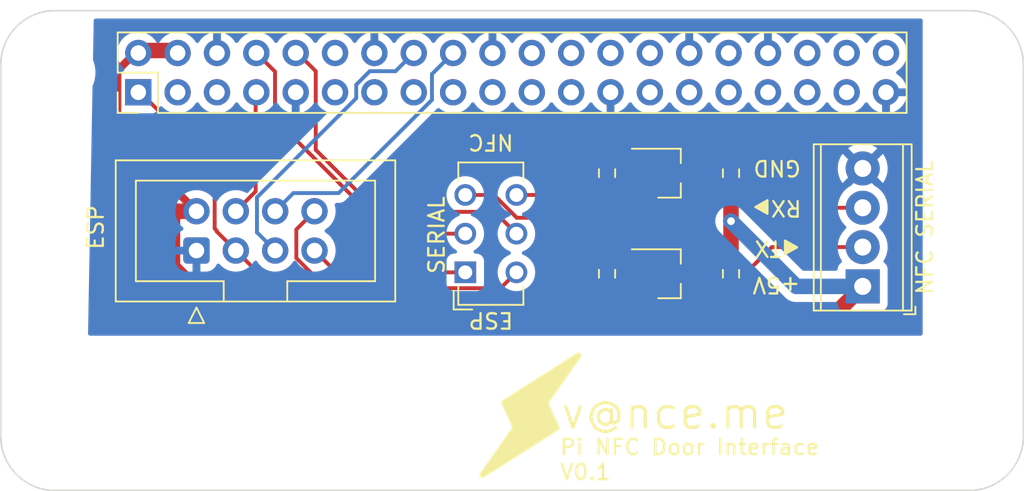
<source format=kicad_pcb>
(kicad_pcb (version 20211014) (generator pcbnew)
  (layers (0 "F.Cu" signal) (31 "B.Cu" signal) (34 "B.Paste" user) (35 "F.Paste" user) (36 "B.SilkS" user "B.Silkscreen") (37 "F.SilkS" user "F.Silkscreen") (38 "B.Mask" user) (39 "F.Mask" user) (44 "Edge.Cuts" user))
  (net 0 "")
  (net 1 "GND")
  (net 2 "+5V")
  (net 3 "PI_POWERED")
  (net 4 "PI_HEARTBEAT")
  (net 5 "PI_OPEN_CMD_1")
  (net 6 "PI_OPEN_CMD_2")
  (net 7 "TXDO_ESP")
  (net 8 "RXDI_ESP")
  (net 11 "TXDO")
  (net 12 "RXDI")
  (net 35 "TXDO_NFC_5")
  (net 36 "RXDI_NFC_5")
  (net 37 "TXDO_NFC")
  (net 38 "RXDI_NFC")
  (footprint "Button_Switch_THT:SW_CuK_JS202011CQN_DPDT_Straight" (layer "F.Cu") (at 75.980168 62.9075 90)
    (fp_text reference "SW1" hide)
    (fp_text value "SW_DPDT_x2")
    (fp_line (start -0.9 -0.45) (end -2.1 -0.45) (layer "F.SilkS") (width 0.12))
    (fp_line (start 5.9 -0.45) (end 7.1 -0.45) (layer "F.SilkS") (width 0.12))
    (fp_line (start 7.1 3.75) (end 5.9 3.75) (layer "F.SilkS") (width 0.12))
    (fp_line (start 7.1 -0.45) (end 7.1 3.75) (layer "F.SilkS") (width 0.12))
    (fp_line (start -2.1 3.75) (end -0.9 3.75) (layer "F.SilkS") (width 0.12))
    (fp_line (start -1.2 -0.75) (end -2.4 -0.75) (layer "F.SilkS") (width 0.12))
    (fp_line (start -2.4 -0.75) (end -2.4 0.45) (layer "F.SilkS") (width 0.12))
    (fp_line (start -2.1 -0.45) (end -2.1 3.75) (layer "F.SilkS") (width 0.12))
    (pad "1" thru_hole rect (at 0 0 90) (size 1.4 1.4) (drill 0.9) (layers *.Cu *.Mask) (net 7 "TXDO_ESP"))
    (pad "2" thru_hole circle (at 2.5 0 90) (size 1.4 1.4) (drill 0.9) (layers *.Cu *.Mask) (net 11 "TXDO"))
    (pad "3" thru_hole circle (at 5 0 90) (size 1.4 1.4) (drill 0.9) (layers *.Cu *.Mask) (net 37 "TXDO_NFC"))
    (pad "4" thru_hole circle (at 0 3.3 90) (size 1.4 1.4) (drill 0.9) (layers *.Cu *.Mask) (net 8 "RXDI_ESP"))
    (pad "5" thru_hole circle (at 2.5 3.3 90) (size 1.4 1.4) (drill 0.9) (layers *.Cu *.Mask) (net 12 "RXDI"))
    (pad "6" thru_hole circle (at 5 3.3 90) (size 1.4 1.4) (drill 0.9) (layers *.Cu *.Mask) (net 38 "RXDI_NFC"))
  )
  (footprint "Resistor_SMD:R_0603_1608Metric_Pad0.98x0.95mm_HandSolder" (layer "F.Cu") (at 93.130168 56.5 90)
    (fp_text reference "R4" hide)
    (fp_text value "10k")
    (fp_line (start -0.254724 -0.5225) (end 0.254724 -0.5225) (layer "F.SilkS") (width 0.12))
    (fp_line (start -0.254724 0.5225) (end 0.254724 0.5225) (layer "F.SilkS") (width 0.12))
    (pad "1" smd roundrect (at -0.9125 0 90) (size 0.975 0.95) (layers "F.Cu" "F.Paste" "F.Mask") (net 2 "+5V"))
    (pad "2" smd roundrect (at 0.9125 0 90) (size 0.975 0.95) (layers "F.Cu" "F.Paste" "F.Mask") (net 36 "RXDI_NFC_5"))
  )
  (footprint "MountingHole:MountingHole_3.2mm_M3_DIN965" (layer "F.Cu") (at 108 73)
    (fp_text reference "REF**" hide)
    (fp_text value "MountingHole_3.2mm_M3_DIN965" hide)
    (pad "" np_thru_hole circle (at 0 0) (size 3.2 3.2) (drill 3.2) (layers *.Cu *.Mask))
  )
  (footprint "Resistor_SMD:R_0603_1608Metric_Pad0.98x0.95mm_HandSolder" (layer "F.Cu") (at 85.130168 56.5 -90)
    (fp_text reference "R3" hide)
    (fp_text value "10k")
    (fp_line (start -0.254724 0.5225) (end 0.254724 0.5225) (layer "F.SilkS") (width 0.12))
    (fp_line (start -0.254724 -0.5225) (end 0.254724 -0.5225) (layer "F.SilkS") (width 0.12))
    (pad "1" smd roundrect (at -0.9125 0 270) (size 0.975 0.95) (layers "F.Cu" "F.Paste" "F.Mask") (net 3 "PI_POWERED"))
    (pad "2" smd roundrect (at 0.9125 0 270) (size 0.975 0.95) (layers "F.Cu" "F.Paste" "F.Mask") (net 38 "RXDI_NFC"))
  )
  (footprint "Resistor_SMD:R_0603_1608Metric_Pad0.98x0.95mm_HandSolder" (layer "F.Cu") (at 85.130168 63 -90)
    (fp_text reference "R1" hide)
    (fp_text value "10k")
    (fp_line (start -0.254724 -0.5225) (end 0.254724 -0.5225) (layer "F.SilkS") (width 0.12))
    (fp_line (start -0.254724 0.5225) (end 0.254724 0.5225) (layer "F.SilkS") (width 0.12))
    (pad "1" smd roundrect (at -0.9125 0 270) (size 0.975 0.95) (layers "F.Cu" "F.Paste" "F.Mask") (net 3 "PI_POWERED"))
    (pad "2" smd roundrect (at 0.9125 0 270) (size 0.975 0.95) (layers "F.Cu" "F.Paste" "F.Mask") (net 37 "TXDO_NFC"))
  )
  (footprint "Package_TO_SOT_SMD:SOT-23_Handsoldering" (layer "F.Cu") (at 89.130168 63)
    (fp_text reference "Q1" hide)
    (fp_text value "2N7002")
    (fp_line (start 0.76 1.58) (end -0.7 1.58) (layer "F.SilkS") (width 0.12))
    (fp_line (start 0.76 -1.58) (end -2.4 -1.58) (layer "F.SilkS") (width 0.12))
    (fp_line (start 0.76 -1.58) (end 0.76 -0.65) (layer "F.SilkS") (width 0.12))
    (fp_line (start 0.76 1.58) (end 0.76 0.65) (layer "F.SilkS") (width 0.12))
    (pad "1" smd rect (at -1.5 -0.95) (size 1.9 0.8) (layers "F.Cu" "F.Paste" "F.Mask") (net 3 "PI_POWERED"))
    (pad "2" smd rect (at -1.5 0.95) (size 1.9 0.8) (layers "F.Cu" "F.Paste" "F.Mask") (net 37 "TXDO_NFC"))
    (pad "3" smd rect (at 1.5 0) (size 1.9 0.8) (layers "F.Cu" "F.Paste" "F.Mask") (net 35 "TXDO_NFC_5"))
  )
  (footprint "Connector_IDC:IDC-Header_2x04_P2.54mm_Vertical" (layer "F.Cu") (at 58.630168 61.5 90)
    (fp_text reference "J1" hide)
    (fp_text value "PI")
    (fp_line (start -1.98 5.86) (end -3.29 5.86) (layer "F.SilkS") (width 0.12))
    (fp_line (start 4.52 11.53) (end -1.98 11.53) (layer "F.SilkS") (width 0.12))
    (fp_line (start 4.52 -3.91) (end 4.52 11.53) (layer "F.SilkS") (width 0.12))
    (fp_line (start -3.29 1.76) (end -1.98 1.76) (layer "F.SilkS") (width 0.12))
    (fp_line (start 5.83 -5.21) (end 5.83 12.83) (layer "F.SilkS") (width 0.12))
    (fp_line (start -1.98 5.86) (end -1.98 5.86) (layer "F.SilkS") (width 0.12))
    (fp_line (start -4.68 -0.5) (end -4.68 0.5) (layer "F.SilkS") (width 0.12))
    (fp_line (start 5.83 12.83) (end -3.29 12.83) (layer "F.SilkS") (width 0.12))
    (fp_line (start -1.98 -3.91) (end 4.52 -3.91) (layer "F.SilkS") (width 0.12))
    (fp_line (start -4.68 0.5) (end -3.68 0) (layer "F.SilkS") (width 0.12))
    (fp_line (start -1.98 11.53) (end -1.98 5.86) (layer "F.SilkS") (width 0.12))
    (fp_line (start -3.29 12.83) (end -3.29 -5.21) (layer "F.SilkS") (width 0.12))
    (fp_line (start -3.29 -5.21) (end 5.83 -5.21) (layer "F.SilkS") (width 0.12))
    (fp_line (start -3.68 0) (end -4.68 -0.5) (layer "F.SilkS") (width 0.12))
    (fp_line (start -1.98 1.76) (end -1.98 -3.91) (layer "F.SilkS") (width 0.12))
    (pad "1" thru_hole roundrect (at 0 0 90) (size 1.7 1.7) (drill 1) (layers *.Cu *.Mask) (roundrect_rratio 0.147059) (net 1 "GND"))
    (pad "2" thru_hole circle (at 2.54 0 90) (size 1.7 1.7) (drill 1) (layers *.Cu *.Mask) (net 2 "+5V"))
    (pad "3" thru_hole circle (at 0 2.54 90) (size 1.7 1.7) (drill 1) (layers *.Cu *.Mask) (net 3 "PI_POWERED"))
    (pad "4" thru_hole circle (at 2.54 2.54 90) (size 1.7 1.7) (drill 1) (layers *.Cu *.Mask) (net 4 "PI_HEARTBEAT"))
    (pad "5" thru_hole circle (at 0 5.08 90) (size 1.7 1.7) (drill 1) (layers *.Cu *.Mask) (net 5 "PI_OPEN_CMD_1"))
    (pad "6" thru_hole circle (at 2.54 5.08 90) (size 1.7 1.7) (drill 1) (layers *.Cu *.Mask) (net 6 "PI_OPEN_CMD_2"))
    (pad "7" thru_hole circle (at 0 7.62 90) (size 1.7 1.7) (drill 1) (layers *.Cu *.Mask) (net 7 "TXDO_ESP"))
    (pad "8" thru_hole circle (at 2.54 7.62 90) (size 1.7 1.7) (drill 1) (layers *.Cu *.Mask) (net 8 "RXDI_ESP"))
  )
  (footprint "TerminalBlock_Phoenix:TerminalBlock_Phoenix_MPT-0,5-4-2.54_1x04_P2.54mm_Horizontal" (layer "F.Cu") (at 101.630168 63.815 90)
    (fp_text reference "J3" hide)
    (fp_text value "NFC SERIAL")
    (fp_line (start -1.56 3.16) (end 9.18 3.16) (layer "F.SilkS") (width 0.12))
    (fp_line (start -1.56 -3.16) (end 9.18 -3.16) (layer "F.SilkS") (width 0.12))
    (fp_line (start 9.18 -3.16) (end 9.18 3.16) (layer "F.SilkS") (width 0.12))
    (fp_line (start -1.56 -3.16) (end -1.56 3.16) (layer "F.SilkS") (width 0.12))
    (fp_line (start -1.8 3.4) (end -1.3 3.4) (layer "F.SilkS") (width 0.12))
    (fp_line (start -1.56 -2.7) (end 9.18 -2.7) (layer "F.SilkS") (width 0.12))
    (fp_line (start -1.56 2.6) (end 9.18 2.6) (layer "F.SilkS") (width 0.12))
    (fp_line (start -1.8 2.66) (end -1.8 3.4) (layer "F.SilkS") (width 0.12))
    (pad "1" thru_hole rect (at 0 0 90) (size 2.2 2.2) (drill 1.1) (layers *.Cu *.Mask) (net 2 "+5V"))
    (pad "2" thru_hole circle (at 2.54 0 90) (size 2.2 2.2) (drill 1.1) (layers *.Cu *.Mask) (net 35 "TXDO_NFC_5"))
    (pad "3" thru_hole circle (at 5.08 0 90) (size 2.2 2.2) (drill 1.1) (layers *.Cu *.Mask) (net 36 "RXDI_NFC_5"))
    (pad "4" thru_hole circle (at 7.62 0 90) (size 2.2 2.2) (drill 1.1) (layers *.Cu *.Mask) (net 1 "GND"))
  )
  (footprint "Connector_PinHeader_2.54mm:PinHeader_2x20_P2.54mm_Vertical" (layer "F.Cu") (at 54.875 51.275 90)
    (fp_text reference "J2" hide)
    (fp_text value "Conn_02x20_Odd_Even")
    (fp_line (start 3.87 -1.33) (end 3.87 49.59) (layer "F.SilkS") (width 0.12))
    (fp_line (start 1.27 -1.33) (end 3.87 -1.33) (layer "F.SilkS") (width 0.12))
    (fp_line (start -1.33 49.59) (end 3.87 49.59) (layer "F.SilkS") (width 0.12))
    (fp_line (start 1.27 1.27) (end 1.27 -1.33) (layer "F.SilkS") (width 0.12))
    (fp_line (start -1.33 -1.33) (end 0 -1.33) (layer "F.SilkS") (width 0.12))
    (fp_line (start -1.33 1.27) (end -1.33 49.59) (layer "F.SilkS") (width 0.12))
    (fp_line (start -1.33 1.27) (end 1.27 1.27) (layer "F.SilkS") (width 0.12))
    (fp_line (start -1.33 0) (end -1.33 -1.33) (layer "F.SilkS") (width 0.12))
    (pad "1" thru_hole rect (at 0 0 90) (size 1.7 1.7) (drill 1) (layers *.Cu *.Mask) (net 3 "PI_POWERED"))
    (pad "2" thru_hole oval (at 2.54 0 90) (size 1.7 1.7) (drill 1) (layers *.Cu *.Mask) (net 2 "+5V"))
    (pad "3" thru_hole oval (at 0 2.54 90) (size 1.7 1.7) (drill 1) (layers *.Cu *.Mask))
    (pad "4" thru_hole oval (at 2.54 2.54 90) (size 1.7 1.7) (drill 1) (layers *.Cu *.Mask) (net 2 "+5V"))
    (pad "5" thru_hole oval (at 0 5.08 90) (size 1.7 1.7) (drill 1) (layers *.Cu *.Mask))
    (pad "6" thru_hole oval (at 2.54 5.08 90) (size 1.7 1.7) (drill 1) (layers *.Cu *.Mask) (net 1 "GND"))
    (pad "7" thru_hole oval (at 0 7.62 90) (size 1.7 1.7) (drill 1) (layers *.Cu *.Mask) (net 4 "PI_HEARTBEAT"))
    (pad "8" thru_hole oval (at 2.54 7.62 90) (size 1.7 1.7) (drill 1) (layers *.Cu *.Mask) (net 11 "TXDO"))
    (pad "9" thru_hole oval (at 0 10.16 90) (size 1.7 1.7) (drill 1) (layers *.Cu *.Mask) (net 1 "GND"))
    (pad "10" thru_hole oval (at 2.54 10.16 90) (size 1.7 1.7) (drill 1) (layers *.Cu *.Mask) (net 12 "RXDI"))
    (pad "11" thru_hole oval (at 0 12.7 90) (size 1.7 1.7) (drill 1) (layers *.Cu *.Mask))
    (pad "12" thru_hole oval (at 2.54 12.7 90) (size 1.7 1.7) (drill 1) (layers *.Cu *.Mask))
    (pad "13" thru_hole oval (at 0 15.24 90) (size 1.7 1.7) (drill 1) (layers *.Cu *.Mask))
    (pad "14" thru_hole oval (at 2.54 15.24 90) (size 1.7 1.7) (drill 1) (layers *.Cu *.Mask) (net 1 "GND"))
    (pad "15" thru_hole oval (at 0 17.78 90) (size 1.7 1.7) (drill 1) (layers *.Cu *.Mask))
    (pad "16" thru_hole oval (at 2.54 17.78 90) (size 1.7 1.7) (drill 1) (layers *.Cu *.Mask) (net 5 "PI_OPEN_CMD_1"))
    (pad "17" thru_hole oval (at 0 20.32 90) (size 1.7 1.7) (drill 1) (layers *.Cu *.Mask))
    (pad "18" thru_hole oval (at 2.54 20.32 90) (size 1.7 1.7) (drill 1) (layers *.Cu *.Mask) (net 6 "PI_OPEN_CMD_2"))
    (pad "19" thru_hole oval (at 0 22.86 90) (size 1.7 1.7) (drill 1) (layers *.Cu *.Mask))
    (pad "20" thru_hole oval (at 2.54 22.86 90) (size 1.7 1.7) (drill 1) (layers *.Cu *.Mask) (net 1 "GND"))
    (pad "21" thru_hole oval (at 0 25.4 90) (size 1.7 1.7) (drill 1) (layers *.Cu *.Mask))
    (pad "22" thru_hole oval (at 2.54 25.4 90) (size 1.7 1.7) (drill 1) (layers *.Cu *.Mask))
    (pad "23" thru_hole oval (at 0 27.94 90) (size 1.7 1.7) (drill 1) (layers *.Cu *.Mask))
    (pad "24" thru_hole oval (at 2.54 27.94 90) (size 1.7 1.7) (drill 1) (layers *.Cu *.Mask))
    (pad "25" thru_hole oval (at 0 30.48 90) (size 1.7 1.7) (drill 1) (layers *.Cu *.Mask) (net 1 "GND"))
    (pad "26" thru_hole oval (at 2.54 30.48 90) (size 1.7 1.7) (drill 1) (layers *.Cu *.Mask))
    (pad "27" thru_hole oval (at 0 33.02 90) (size 1.7 1.7) (drill 1) (layers *.Cu *.Mask))
    (pad "28" thru_hole oval (at 2.54 33.02 90) (size 1.7 1.7) (drill 1) (layers *.Cu *.Mask))
    (pad "29" thru_hole oval (at 0 35.56 90) (size 1.7 1.7) (drill 1) (layers *.Cu *.Mask))
    (pad "30" thru_hole oval (at 2.54 35.56 90) (size 1.7 1.7) (drill 1) (layers *.Cu *.Mask) (net 1 "GND"))
    (pad "31" thru_hole oval (at 0 38.1 90) (size 1.7 1.7) (drill 1) (layers *.Cu *.Mask))
    (pad "32" thru_hole oval (at 2.54 38.1 90) (size 1.7 1.7) (drill 1) (layers *.Cu *.Mask))
    (pad "33" thru_hole oval (at 0 40.64 90) (size 1.7 1.7) (drill 1) (layers *.Cu *.Mask))
    (pad "34" thru_hole oval (at 2.54 40.64 90) (size 1.7 1.7) (drill 1) (layers *.Cu *.Mask) (net 1 "GND"))
    (pad "35" thru_hole oval (at 0 43.18 90) (size 1.7 1.7) (drill 1) (layers *.Cu *.Mask))
    (pad "36" thru_hole oval (at 2.54 43.18 90) (size 1.7 1.7) (drill 1) (layers *.Cu *.Mask))
    (pad "37" thru_hole oval (at 0 45.72 90) (size 1.7 1.7) (drill 1) (layers *.Cu *.Mask))
    (pad "38" thru_hole oval (at 2.54 45.72 90) (size 1.7 1.7) (drill 1) (layers *.Cu *.Mask))
    (pad "39" thru_hole oval (at 0 48.26 90) (size 1.7 1.7) (drill 1) (layers *.Cu *.Mask) (net 1 "GND"))
    (pad "40" thru_hole oval (at 2.54 48.26 90) (size 1.7 1.7) (drill 1) (layers *.Cu *.Mask))
  )
  (footprint "MountingHole:MountingHole_3.2mm_M3_DIN965" (layer "F.Cu") (at 108 50)
    (fp_text reference "REF**" hide)
    (fp_text value "MountingHole_3.2mm_M3_DIN965" hide)
    (pad "" np_thru_hole circle (at 0 0) (size 3.2 3.2) (drill 3.2) (layers *.Cu *.Mask))
  )
  (footprint "Resistor_SMD:R_0603_1608Metric_Pad0.98x0.95mm_HandSolder" (layer "F.Cu") (at 93.130168 63 -90)
    (fp_text reference "R2" hide)
    (fp_text value "10k")
    (fp_line (start -0.254724 0.5225) (end 0.254724 0.5225) (layer "F.SilkS") (width 0.12))
    (fp_line (start -0.254724 -0.5225) (end 0.254724 -0.5225) (layer "F.SilkS") (width 0.12))
    (pad "1" smd roundrect (at -0.9125 0 270) (size 0.975 0.95) (layers "F.Cu" "F.Paste" "F.Mask") (net 2 "+5V"))
    (pad "2" smd roundrect (at 0.9125 0 270) (size 0.975 0.95) (layers "F.Cu" "F.Paste" "F.Mask") (net 35 "TXDO_NFC_5"))
  )
  (footprint "MountingHole:MountingHole_3.2mm_M3_DIN965" (layer "F.Cu") (at 50 73)
    (fp_text reference "REF**" hide)
    (fp_text value "MountingHole_3.2mm_M3_DIN965" hide)
    (pad "" np_thru_hole circle (at 0 0) (size 3.2 3.2) (drill 3.2) (layers *.Cu *.Mask))
  )
  (footprint "Package_TO_SOT_SMD:SOT-23_Handsoldering" (layer "F.Cu") (at 89.130168 56.5)
    (fp_text reference "Q2" hide)
    (fp_text value "2N7002")
    (fp_line (start 0.76 1.58) (end 0.76 0.65) (layer "F.SilkS") (width 0.12))
    (fp_line (start 0.76 1.58) (end -0.7 1.58) (layer "F.SilkS") (width 0.12))
    (fp_line (start 0.76 -1.58) (end 0.76 -0.65) (layer "F.SilkS") (width 0.12))
    (fp_line (start 0.76 -1.58) (end -2.4 -1.58) (layer "F.SilkS") (width 0.12))
    (pad "1" smd rect (at -1.5 -0.95) (size 1.9 0.8) (layers "F.Cu" "F.Paste" "F.Mask") (net 3 "PI_POWERED"))
    (pad "2" smd rect (at -1.5 0.95) (size 1.9 0.8) (layers "F.Cu" "F.Paste" "F.Mask") (net 38 "RXDI_NFC"))
    (pad "3" smd rect (at 1.5 0) (size 1.9 0.8) (layers "F.Cu" "F.Paste" "F.Mask") (net 36 "RXDI_NFC_5"))
  )
  (footprint "MountingHole:MountingHole_3.2mm_M3_DIN965" (layer "F.Cu") (at 50 50)
    (fp_text reference "REF**" hide)
    (fp_text value "MountingHole_3.2mm_M3_DIN965" hide)
    (pad "" np_thru_hole circle (at 0 0) (size 3.2 3.2) (drill 3.2) (layers *.Cu *.Mask))
  )
  (gr_poly (pts (xy 79.229453 72.957651) (xy 78.499057 71.325613) (xy 83.279127 68.286351) (xy 81.131975 71.328701) (xy 81.862372 72.960738) (xy 77.082302 76) (xy 79.229453 72.957651)) (layer "F.SilkS") (width 0.378363) (fill solid))
  (gr_line (start 112 49.5) (end 112 73.5) (layer "Edge.Cuts") (width 0.1))
  (gr_line (start 46 49.5) (end 46 73.5) (layer "Edge.Cuts") (width 0.1))
  (gr_line (start 49.5 46) (end 108.5 46) (layer "Edge.Cuts") (width 0.1))
  (gr_arc (start 49.5 77) (mid 47.025126 75.974874) (end 46 73.5) (layer "Edge.Cuts") (width 0.1))
  (gr_arc (start 108.5 46) (mid 110.974874 47.025126) (end 112 49.5) (layer "Edge.Cuts") (width 0.1))
  (gr_arc (start 112 73.5) (mid 110.974874 75.974874) (end 108.5 77) (layer "Edge.Cuts") (width 0.1))
  (gr_arc (start 46 49.5) (mid 47.025126 47.025126) (end 49.5 46) (layer "Edge.Cuts") (width 0.1))
  (gr_line (start 49.5 77) (end 108.5 77) (layer "Edge.Cuts") (width 0.1))
  (gr_text "SERIAL" (at 74.130168 60.5 90) (layer "F.SilkS") (effects (font (size 1 1))))
  (gr_text "v@nce.me" (at 89.505847 72.005334) (layer "F.SilkS") (effects (font (size 2 2) (thickness 0.2))))
  (gr_text "NFC SERIAL" (at 105.630168 60 90) (layer "F.SilkS") (effects (font (size 1 1))))
  (gr_text "GND" (at 96.108602 56.169575 180) (layer "F.SilkS") (effects (font (size 1 1))))
  (gr_text "◀TX" (at 96.143596 61.366056 -180) (layer "F.SilkS") (effects (font (size 1 1))))
  (gr_text "ESP" (at 52.130168 60 90) (layer "F.SilkS") (effects (font (size 1 1))))
  (gr_text "NFC" (at 77.630168 54.5 180) (layer "F.SilkS") (effects (font (size 1 1))))
  (gr_text "Pi NFC Door Interface\nV0.1" (at 82.005847 75.005334) (layer "F.SilkS") (effects (font (size 1 1)) (justify left)))
  (gr_text "RX▶" (at 96.073609 58.759067 180) (layer "F.SilkS") (effects (font (size 1 1))))
  (gr_text "+5V" (at 96.056113 63.728092 180) (layer "F.SilkS") (effects (font (size 1 1))))
  (gr_text "ESP" (at 77.630168 66 180) (layer "F.SilkS") (effects (font (size 1 1))))
  (segment (start 93.130168 59.6) (end 93.130168 62.0875) (width 1) (layer "F.Cu") (net 2))
  (segment (start 57.080168 59.307919) (end 57.080168 62.55) (width 1) (layer "F.Cu") (net 2))
  (segment (start 57.428087 58.96) (end 57.080168 59.307919) (width 1) (layer "F.Cu") (net 2))
  (segment (start 54.830168 48.575) (end 53.530168 49.875) (width 0.5) (layer "F.Cu") (net 2))
  (segment (start 57.080168 62.55) (end 60.594668 66.0645) (width 1) (layer "F.Cu") (net 2))
  (segment (start 54.830168 48.575) (end 57.370168 48.575) (width 1) (layer "F.Cu") (net 2))
  (segment (start 99.380668 66.0645) (end 101.630168 63.815) (width 1) (layer "F.Cu") (net 2))
  (segment (start 93.130168 57.4125) (end 93.130168 59.6) (width 1) (layer "F.Cu") (net 2))
  (segment (start 60.594668 66.0645) (end 99.380668 66.0645) (width 1) (layer "F.Cu") (net 2))
  (segment (start 58.630168 58.96) (end 57.428087 58.96) (width 1) (layer "F.Cu") (net 2))
  (segment (start 53.530168 49.875) (end 53.530168 53.86) (width 0.5) (layer "F.Cu") (net 2))
  (segment (start 53.530168 53.86) (end 58.630168 58.96) (width 0.5) (layer "F.Cu") (net 2))
  (via (at 93.130168 59.6) (size 1) (drill 0.5) (layers "F.Cu" "B.Cu") (net 2))
  (segment (start 97.345168 63.815) (end 93.130168 59.6) (width 1) (layer "B.Cu") (net 2))
  (segment (start 101.630168 63.815) (end 97.345168 63.815) (width 1) (layer "B.Cu") (net 2))
  (segment (start 88.905168 56.825) (end 87.630168 55.55) (width 0.25) (layer "F.Cu") (net 3))
  (segment (start 88.340168 65.24) (end 89.130168 64.45) (width 0.25) (layer "F.Cu") (net 3))
  (segment (start 89.130168 63) (end 88.180168 62.05) (width 0.25) (layer "F.Cu") (net 3))
  (segment (start 64.910168 65.24) (end 88.340168 65.24) (width 0.25) (layer "F.Cu") (net 3))
  (segment (start 89.130168 64.45) (end 89.130168 63) (width 0.25) (layer "F.Cu") (net 3))
  (segment (start 88.905168 60.775) (end 88.905168 56.825) (width 0.25) (layer "F.Cu") (net 3))
  (segment (start 54.830168 51.115) (end 59.805168 56.09) (width 0.25) (layer "F.Cu") (net 3))
  (segment (start 59.930168 60.26) (end 61.170168 61.5) (width 0.25) (layer "F.Cu") (net 3))
  (segment (start 87.630168 55.55) (end 85.167668 55.55) (width 0.25) (layer "F.Cu") (net 3))
  (segment (start 61.170168 61.5) (end 64.910168 65.24) (width 0.25) (layer "F.Cu") (net 3))
  (segment (start 85.130168 62.0875) (end 85.167668 62.05) (width 0.25) (layer "F.Cu") (net 3))
  (segment (start 87.630168 62.05) (end 88.905168 60.775) (width 0.25) (layer "F.Cu") (net 3))
  (segment (start 85.167668 62.05) (end 87.630168 62.05) (width 0.25) (layer "F.Cu") (net 3))
  (segment (start 59.930168 60.2) (end 59.930168 60.26) (width 0.25) (layer "F.Cu") (net 3))
  (segment (start 59.805168 56.09) (end 59.805168 60.075) (width 0.25) (layer "F.Cu") (net 3))
  (segment (start 59.805168 60.075) (end 59.930168 60.2) (width 0.25) (layer "F.Cu") (net 3))
  (segment (start 85.167668 55.55) (end 85.130168 55.5875) (width 0.25) (layer "F.Cu") (net 3))
  (segment (start 88.180168 62.05) (end 87.630168 62.05) (width 0.25) (layer "F.Cu") (net 3))
  (segment (start 62.450168 57.68) (end 62.450168 51.115) (width 0.25) (layer "F.Cu") (net 4))
  (segment (start 61.170168 58.96) (end 62.450168 57.68) (width 0.25) (layer "F.Cu") (net 4))
  (segment (start 68.94 50.788299) (end 69.818299 49.91) (width 0.25) (layer "B.Cu") (net 5))
  (segment (start 63.710168 61.5) (end 62.535168 60.325) (width 0.25) (layer "B.Cu") (net 5))
  (segment (start 71.48 49.91) (end 72.655 48.735) (width 0.25) (layer "B.Cu") (net 5))
  (segment (start 62.535168 60.325) (end 62.535168 58.064832) (width 0.25) (layer "B.Cu") (net 5))
  (segment (start 68.94 51.66) (end 68.94 50.788299) (width 0.25) (layer "B.Cu") (net 5))
  (segment (start 62.535168 58.064832) (end 68.94 51.66) (width 0.25) (layer "B.Cu") (net 5))
  (segment (start 69.818299 49.91) (end 71.48 49.91) (width 0.25) (layer "B.Cu") (net 5))
  (segment (start 67.806701 57.785) (end 73.83 51.761701) (width 0.25) (layer "B.Cu") (net 6))
  (segment (start 64.885168 57.785) (end 67.806701 57.785) (width 0.25) (layer "B.Cu") (net 6))
  (segment (start 73.83 51.761701) (end 73.83 50.1) (width 0.25) (layer "B.Cu") (net 6))
  (segment (start 63.710168 58.96) (end 64.885168 57.785) (width 0.25) (layer "B.Cu") (net 6))
  (segment (start 73.83 50.1) (end 75.195 48.735) (width 0.25) (layer "B.Cu") (net 6))
  (segment (start 67.657668 62.9075) (end 66.250168 61.5) (width 0.25) (layer "F.Cu") (net 7))
  (segment (start 75.980168 62.9075) (end 67.657668 62.9075) (width 0.25) (layer "F.Cu") (net 7))
  (segment (start 65.075168 61.986701) (end 65.075168 60.135) (width 0.25) (layer "F.Cu") (net 8))
  (segment (start 65.075168 60.135) (end 66.250168 58.96) (width 0.25) (layer "F.Cu") (net 8))
  (segment (start 78.255168 63.9325) (end 67.020967 63.9325) (width 0.25) (layer "F.Cu") (net 8))
  (segment (start 67.020967 63.9325) (end 65.075168 61.986701) (width 0.25) (layer "F.Cu") (net 8))
  (segment (start 79.280168 62.9075) (end 78.255168 63.9325) (width 0.25) (layer "F.Cu") (net 8))
  (segment (start 62.495 48.735) (end 63.7 49.94) (width 0.25) (layer "F.Cu") (net 11))
  (segment (start 63.7 49.94) (end 63.7 53) (width 0.25) (layer "F.Cu") (net 11))
  (segment (start 71.1075 60.4075) (end 75.980168 60.4075) (width 0.25) (layer "F.Cu") (net 11))
  (segment (start 63.7 53) (end 71.1075 60.4075) (width 0.25) (layer "F.Cu") (net 11))
  (segment (start 66.330168 54.994478) (end 70.33569 59) (width 0.25) (layer "F.Cu") (net 12))
  (segment (start 70.33569 59) (end 77.872668 59) (width 0.25) (layer "F.Cu") (net 12))
  (segment (start 77.872668 59) (end 79.280168 60.4075) (width 0.25) (layer "F.Cu") (net 12))
  (segment (start 66.330168 49.915) (end 66.330168 54.994478) (width 0.25) (layer "F.Cu") (net 12))
  (segment (start 64.990168 48.575) (end 66.330168 49.915) (width 0.25) (layer "F.Cu") (net 12))
  (segment (start 92.217668 63) (end 93.130168 63.9125) (width 0.25) (layer "F.Cu") (net 35))
  (segment (start 90.630168 63) (end 92.217668 63) (width 0.25) (layer "F.Cu") (net 35))
  (segment (start 93.130168 63.9125) (end 95.767668 61.275) (width 0.25) (layer "F.Cu") (net 35))
  (segment (start 95.767668 61.275) (end 101.630168 61.275) (width 0.25) (layer "F.Cu") (net 35))
  (segment (start 96.277668 58.735) (end 101.630168 58.735) (width 0.25) (layer "F.Cu") (net 36))
  (segment (start 92.217668 56.5) (end 93.130168 55.5875) (width 0.25) (layer "F.Cu") (net 36))
  (segment (start 90.630168 56.5) (end 92.217668 56.5) (width 0.25) (layer "F.Cu") (net 36))
  (segment (start 93.130168 55.5875) (end 96.277668 58.735) (width 0.25) (layer "F.Cu") (net 36))
  (segment (start 80.600168 59.3825) (end 85.130168 63.9125) (width 0.25) (layer "F.Cu") (net 37))
  (segment (start 79.305599 59.3825) (end 80.600168 59.3825) (width 0.25) (layer "F.Cu") (net 37))
  (segment (start 77.830599 57.9075) (end 79.305599 59.3825) (width 0.25) (layer "F.Cu") (net 37))
  (segment (start 85.167668 63.95) (end 87.630168 63.95) (width 0.25) (layer "F.Cu") (net 37))
  (segment (start 75.980168 57.9075) (end 77.830599 57.9075) (width 0.25) (layer "F.Cu") (net 37))
  (segment (start 85.130168 63.9125) (end 85.167668 63.95) (width 0.25) (layer "F.Cu") (net 37))
  (segment (start 84.635168 57.9075) (end 85.130168 57.4125) (width 0.25) (layer "F.Cu") (net 38))
  (segment (start 79.280168 57.9075) (end 84.635168 57.9075) (width 0.25) (layer "F.Cu") (net 38))
  (segment (start 85.167668 57.45) (end 87.630168 57.45) (width 0.25) (layer "F.Cu") (net 38))
  (segment (start 85.130168 57.4125) (end 85.167668 57.45) (width 0.25) (layer "F.Cu") (net 38))
  (zone (net 1) (net_name "GND") (layer "B.Cu") (connect_pads (clearance 0.508)) (min_thickness 0.254) (fill yes (thermal_gap 0.508) (thermal_bridge_width 0.508))
    (polygon (pts (xy 105.5 46.5) (xy 105.5 67) (xy 51.630168 67) (xy 52 46.5)))
  )
)
</source>
